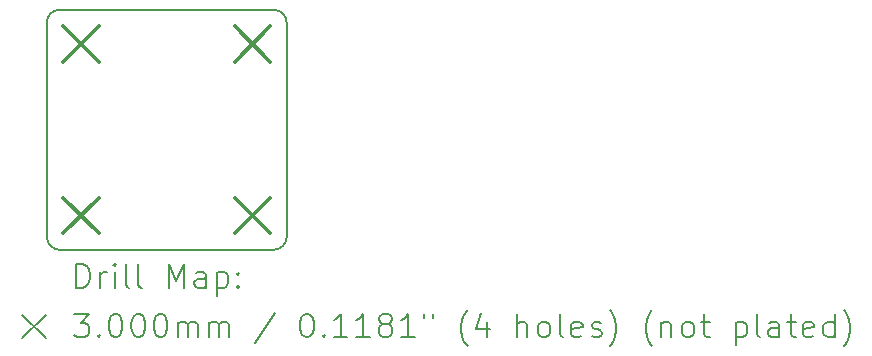
<source format=gbr>
%TF.GenerationSoftware,KiCad,Pcbnew,7.0.10*%
%TF.CreationDate,2025-02-08T17:54:20-05:00*%
%TF.ProjectId,pcb2,70636232-2e6b-4696-9361-645f70636258,rev?*%
%TF.SameCoordinates,Original*%
%TF.FileFunction,Drillmap*%
%TF.FilePolarity,Positive*%
%FSLAX45Y45*%
G04 Gerber Fmt 4.5, Leading zero omitted, Abs format (unit mm)*
G04 Created by KiCad (PCBNEW 7.0.10) date 2025-02-08 17:54:20*
%MOMM*%
%LPD*%
G01*
G04 APERTURE LIST*
%ADD10C,0.200000*%
%ADD11C,0.300000*%
G04 APERTURE END LIST*
D10*
X15070000Y-9350000D02*
G75*
G03*
X14960000Y-9460000I0J-110000D01*
G01*
X16992000Y-9460000D02*
G75*
G03*
X16882000Y-9350000I-110000J0D01*
G01*
X15070000Y-9350000D02*
X16882000Y-9350000D01*
X14960000Y-11272000D02*
G75*
G03*
X15070000Y-11382000I110000J0D01*
G01*
X14960000Y-11272000D02*
X14960000Y-9460000D01*
X16882000Y-11382000D02*
G75*
G03*
X16992000Y-11272000I0J110000D01*
G01*
X16992000Y-9460000D02*
X16992000Y-11272000D01*
X16882000Y-11382000D02*
X15070000Y-11382000D01*
D11*
X15101000Y-9491000D02*
X15401000Y-9791000D01*
X15401000Y-9491000D02*
X15101000Y-9791000D01*
X15101000Y-10941000D02*
X15401000Y-11241000D01*
X15401000Y-10941000D02*
X15101000Y-11241000D01*
X16551000Y-9491000D02*
X16851000Y-9791000D01*
X16851000Y-9491000D02*
X16551000Y-9791000D01*
X16551000Y-10941000D02*
X16851000Y-11241000D01*
X16851000Y-10941000D02*
X16551000Y-11241000D01*
D10*
X15210777Y-11703484D02*
X15210777Y-11503484D01*
X15210777Y-11503484D02*
X15258396Y-11503484D01*
X15258396Y-11503484D02*
X15286967Y-11513008D01*
X15286967Y-11513008D02*
X15306015Y-11532055D01*
X15306015Y-11532055D02*
X15315539Y-11551103D01*
X15315539Y-11551103D02*
X15325062Y-11589198D01*
X15325062Y-11589198D02*
X15325062Y-11617769D01*
X15325062Y-11617769D02*
X15315539Y-11655865D01*
X15315539Y-11655865D02*
X15306015Y-11674912D01*
X15306015Y-11674912D02*
X15286967Y-11693960D01*
X15286967Y-11693960D02*
X15258396Y-11703484D01*
X15258396Y-11703484D02*
X15210777Y-11703484D01*
X15410777Y-11703484D02*
X15410777Y-11570150D01*
X15410777Y-11608246D02*
X15420301Y-11589198D01*
X15420301Y-11589198D02*
X15429824Y-11579674D01*
X15429824Y-11579674D02*
X15448872Y-11570150D01*
X15448872Y-11570150D02*
X15467920Y-11570150D01*
X15534586Y-11703484D02*
X15534586Y-11570150D01*
X15534586Y-11503484D02*
X15525062Y-11513008D01*
X15525062Y-11513008D02*
X15534586Y-11522531D01*
X15534586Y-11522531D02*
X15544110Y-11513008D01*
X15544110Y-11513008D02*
X15534586Y-11503484D01*
X15534586Y-11503484D02*
X15534586Y-11522531D01*
X15658396Y-11703484D02*
X15639348Y-11693960D01*
X15639348Y-11693960D02*
X15629824Y-11674912D01*
X15629824Y-11674912D02*
X15629824Y-11503484D01*
X15763158Y-11703484D02*
X15744110Y-11693960D01*
X15744110Y-11693960D02*
X15734586Y-11674912D01*
X15734586Y-11674912D02*
X15734586Y-11503484D01*
X15991729Y-11703484D02*
X15991729Y-11503484D01*
X15991729Y-11503484D02*
X16058396Y-11646341D01*
X16058396Y-11646341D02*
X16125062Y-11503484D01*
X16125062Y-11503484D02*
X16125062Y-11703484D01*
X16306015Y-11703484D02*
X16306015Y-11598722D01*
X16306015Y-11598722D02*
X16296491Y-11579674D01*
X16296491Y-11579674D02*
X16277443Y-11570150D01*
X16277443Y-11570150D02*
X16239348Y-11570150D01*
X16239348Y-11570150D02*
X16220301Y-11579674D01*
X16306015Y-11693960D02*
X16286967Y-11703484D01*
X16286967Y-11703484D02*
X16239348Y-11703484D01*
X16239348Y-11703484D02*
X16220301Y-11693960D01*
X16220301Y-11693960D02*
X16210777Y-11674912D01*
X16210777Y-11674912D02*
X16210777Y-11655865D01*
X16210777Y-11655865D02*
X16220301Y-11636817D01*
X16220301Y-11636817D02*
X16239348Y-11627293D01*
X16239348Y-11627293D02*
X16286967Y-11627293D01*
X16286967Y-11627293D02*
X16306015Y-11617769D01*
X16401253Y-11570150D02*
X16401253Y-11770150D01*
X16401253Y-11579674D02*
X16420301Y-11570150D01*
X16420301Y-11570150D02*
X16458396Y-11570150D01*
X16458396Y-11570150D02*
X16477443Y-11579674D01*
X16477443Y-11579674D02*
X16486967Y-11589198D01*
X16486967Y-11589198D02*
X16496491Y-11608246D01*
X16496491Y-11608246D02*
X16496491Y-11665388D01*
X16496491Y-11665388D02*
X16486967Y-11684436D01*
X16486967Y-11684436D02*
X16477443Y-11693960D01*
X16477443Y-11693960D02*
X16458396Y-11703484D01*
X16458396Y-11703484D02*
X16420301Y-11703484D01*
X16420301Y-11703484D02*
X16401253Y-11693960D01*
X16582205Y-11684436D02*
X16591729Y-11693960D01*
X16591729Y-11693960D02*
X16582205Y-11703484D01*
X16582205Y-11703484D02*
X16572682Y-11693960D01*
X16572682Y-11693960D02*
X16582205Y-11684436D01*
X16582205Y-11684436D02*
X16582205Y-11703484D01*
X16582205Y-11579674D02*
X16591729Y-11589198D01*
X16591729Y-11589198D02*
X16582205Y-11598722D01*
X16582205Y-11598722D02*
X16572682Y-11589198D01*
X16572682Y-11589198D02*
X16582205Y-11579674D01*
X16582205Y-11579674D02*
X16582205Y-11598722D01*
X14750000Y-11932000D02*
X14950000Y-12132000D01*
X14950000Y-11932000D02*
X14750000Y-12132000D01*
X15191729Y-11923484D02*
X15315539Y-11923484D01*
X15315539Y-11923484D02*
X15248872Y-11999674D01*
X15248872Y-11999674D02*
X15277443Y-11999674D01*
X15277443Y-11999674D02*
X15296491Y-12009198D01*
X15296491Y-12009198D02*
X15306015Y-12018722D01*
X15306015Y-12018722D02*
X15315539Y-12037769D01*
X15315539Y-12037769D02*
X15315539Y-12085388D01*
X15315539Y-12085388D02*
X15306015Y-12104436D01*
X15306015Y-12104436D02*
X15296491Y-12113960D01*
X15296491Y-12113960D02*
X15277443Y-12123484D01*
X15277443Y-12123484D02*
X15220301Y-12123484D01*
X15220301Y-12123484D02*
X15201253Y-12113960D01*
X15201253Y-12113960D02*
X15191729Y-12104436D01*
X15401253Y-12104436D02*
X15410777Y-12113960D01*
X15410777Y-12113960D02*
X15401253Y-12123484D01*
X15401253Y-12123484D02*
X15391729Y-12113960D01*
X15391729Y-12113960D02*
X15401253Y-12104436D01*
X15401253Y-12104436D02*
X15401253Y-12123484D01*
X15534586Y-11923484D02*
X15553634Y-11923484D01*
X15553634Y-11923484D02*
X15572682Y-11933008D01*
X15572682Y-11933008D02*
X15582205Y-11942531D01*
X15582205Y-11942531D02*
X15591729Y-11961579D01*
X15591729Y-11961579D02*
X15601253Y-11999674D01*
X15601253Y-11999674D02*
X15601253Y-12047293D01*
X15601253Y-12047293D02*
X15591729Y-12085388D01*
X15591729Y-12085388D02*
X15582205Y-12104436D01*
X15582205Y-12104436D02*
X15572682Y-12113960D01*
X15572682Y-12113960D02*
X15553634Y-12123484D01*
X15553634Y-12123484D02*
X15534586Y-12123484D01*
X15534586Y-12123484D02*
X15515539Y-12113960D01*
X15515539Y-12113960D02*
X15506015Y-12104436D01*
X15506015Y-12104436D02*
X15496491Y-12085388D01*
X15496491Y-12085388D02*
X15486967Y-12047293D01*
X15486967Y-12047293D02*
X15486967Y-11999674D01*
X15486967Y-11999674D02*
X15496491Y-11961579D01*
X15496491Y-11961579D02*
X15506015Y-11942531D01*
X15506015Y-11942531D02*
X15515539Y-11933008D01*
X15515539Y-11933008D02*
X15534586Y-11923484D01*
X15725062Y-11923484D02*
X15744110Y-11923484D01*
X15744110Y-11923484D02*
X15763158Y-11933008D01*
X15763158Y-11933008D02*
X15772682Y-11942531D01*
X15772682Y-11942531D02*
X15782205Y-11961579D01*
X15782205Y-11961579D02*
X15791729Y-11999674D01*
X15791729Y-11999674D02*
X15791729Y-12047293D01*
X15791729Y-12047293D02*
X15782205Y-12085388D01*
X15782205Y-12085388D02*
X15772682Y-12104436D01*
X15772682Y-12104436D02*
X15763158Y-12113960D01*
X15763158Y-12113960D02*
X15744110Y-12123484D01*
X15744110Y-12123484D02*
X15725062Y-12123484D01*
X15725062Y-12123484D02*
X15706015Y-12113960D01*
X15706015Y-12113960D02*
X15696491Y-12104436D01*
X15696491Y-12104436D02*
X15686967Y-12085388D01*
X15686967Y-12085388D02*
X15677443Y-12047293D01*
X15677443Y-12047293D02*
X15677443Y-11999674D01*
X15677443Y-11999674D02*
X15686967Y-11961579D01*
X15686967Y-11961579D02*
X15696491Y-11942531D01*
X15696491Y-11942531D02*
X15706015Y-11933008D01*
X15706015Y-11933008D02*
X15725062Y-11923484D01*
X15915539Y-11923484D02*
X15934586Y-11923484D01*
X15934586Y-11923484D02*
X15953634Y-11933008D01*
X15953634Y-11933008D02*
X15963158Y-11942531D01*
X15963158Y-11942531D02*
X15972682Y-11961579D01*
X15972682Y-11961579D02*
X15982205Y-11999674D01*
X15982205Y-11999674D02*
X15982205Y-12047293D01*
X15982205Y-12047293D02*
X15972682Y-12085388D01*
X15972682Y-12085388D02*
X15963158Y-12104436D01*
X15963158Y-12104436D02*
X15953634Y-12113960D01*
X15953634Y-12113960D02*
X15934586Y-12123484D01*
X15934586Y-12123484D02*
X15915539Y-12123484D01*
X15915539Y-12123484D02*
X15896491Y-12113960D01*
X15896491Y-12113960D02*
X15886967Y-12104436D01*
X15886967Y-12104436D02*
X15877443Y-12085388D01*
X15877443Y-12085388D02*
X15867920Y-12047293D01*
X15867920Y-12047293D02*
X15867920Y-11999674D01*
X15867920Y-11999674D02*
X15877443Y-11961579D01*
X15877443Y-11961579D02*
X15886967Y-11942531D01*
X15886967Y-11942531D02*
X15896491Y-11933008D01*
X15896491Y-11933008D02*
X15915539Y-11923484D01*
X16067920Y-12123484D02*
X16067920Y-11990150D01*
X16067920Y-12009198D02*
X16077443Y-11999674D01*
X16077443Y-11999674D02*
X16096491Y-11990150D01*
X16096491Y-11990150D02*
X16125063Y-11990150D01*
X16125063Y-11990150D02*
X16144110Y-11999674D01*
X16144110Y-11999674D02*
X16153634Y-12018722D01*
X16153634Y-12018722D02*
X16153634Y-12123484D01*
X16153634Y-12018722D02*
X16163158Y-11999674D01*
X16163158Y-11999674D02*
X16182205Y-11990150D01*
X16182205Y-11990150D02*
X16210777Y-11990150D01*
X16210777Y-11990150D02*
X16229824Y-11999674D01*
X16229824Y-11999674D02*
X16239348Y-12018722D01*
X16239348Y-12018722D02*
X16239348Y-12123484D01*
X16334586Y-12123484D02*
X16334586Y-11990150D01*
X16334586Y-12009198D02*
X16344110Y-11999674D01*
X16344110Y-11999674D02*
X16363158Y-11990150D01*
X16363158Y-11990150D02*
X16391729Y-11990150D01*
X16391729Y-11990150D02*
X16410777Y-11999674D01*
X16410777Y-11999674D02*
X16420301Y-12018722D01*
X16420301Y-12018722D02*
X16420301Y-12123484D01*
X16420301Y-12018722D02*
X16429824Y-11999674D01*
X16429824Y-11999674D02*
X16448872Y-11990150D01*
X16448872Y-11990150D02*
X16477443Y-11990150D01*
X16477443Y-11990150D02*
X16496491Y-11999674D01*
X16496491Y-11999674D02*
X16506015Y-12018722D01*
X16506015Y-12018722D02*
X16506015Y-12123484D01*
X16896491Y-11913960D02*
X16725063Y-12171103D01*
X17153634Y-11923484D02*
X17172682Y-11923484D01*
X17172682Y-11923484D02*
X17191729Y-11933008D01*
X17191729Y-11933008D02*
X17201253Y-11942531D01*
X17201253Y-11942531D02*
X17210777Y-11961579D01*
X17210777Y-11961579D02*
X17220301Y-11999674D01*
X17220301Y-11999674D02*
X17220301Y-12047293D01*
X17220301Y-12047293D02*
X17210777Y-12085388D01*
X17210777Y-12085388D02*
X17201253Y-12104436D01*
X17201253Y-12104436D02*
X17191729Y-12113960D01*
X17191729Y-12113960D02*
X17172682Y-12123484D01*
X17172682Y-12123484D02*
X17153634Y-12123484D01*
X17153634Y-12123484D02*
X17134587Y-12113960D01*
X17134587Y-12113960D02*
X17125063Y-12104436D01*
X17125063Y-12104436D02*
X17115539Y-12085388D01*
X17115539Y-12085388D02*
X17106015Y-12047293D01*
X17106015Y-12047293D02*
X17106015Y-11999674D01*
X17106015Y-11999674D02*
X17115539Y-11961579D01*
X17115539Y-11961579D02*
X17125063Y-11942531D01*
X17125063Y-11942531D02*
X17134587Y-11933008D01*
X17134587Y-11933008D02*
X17153634Y-11923484D01*
X17306015Y-12104436D02*
X17315539Y-12113960D01*
X17315539Y-12113960D02*
X17306015Y-12123484D01*
X17306015Y-12123484D02*
X17296491Y-12113960D01*
X17296491Y-12113960D02*
X17306015Y-12104436D01*
X17306015Y-12104436D02*
X17306015Y-12123484D01*
X17506015Y-12123484D02*
X17391729Y-12123484D01*
X17448872Y-12123484D02*
X17448872Y-11923484D01*
X17448872Y-11923484D02*
X17429825Y-11952055D01*
X17429825Y-11952055D02*
X17410777Y-11971103D01*
X17410777Y-11971103D02*
X17391729Y-11980627D01*
X17696491Y-12123484D02*
X17582206Y-12123484D01*
X17639348Y-12123484D02*
X17639348Y-11923484D01*
X17639348Y-11923484D02*
X17620301Y-11952055D01*
X17620301Y-11952055D02*
X17601253Y-11971103D01*
X17601253Y-11971103D02*
X17582206Y-11980627D01*
X17810777Y-12009198D02*
X17791729Y-11999674D01*
X17791729Y-11999674D02*
X17782206Y-11990150D01*
X17782206Y-11990150D02*
X17772682Y-11971103D01*
X17772682Y-11971103D02*
X17772682Y-11961579D01*
X17772682Y-11961579D02*
X17782206Y-11942531D01*
X17782206Y-11942531D02*
X17791729Y-11933008D01*
X17791729Y-11933008D02*
X17810777Y-11923484D01*
X17810777Y-11923484D02*
X17848872Y-11923484D01*
X17848872Y-11923484D02*
X17867920Y-11933008D01*
X17867920Y-11933008D02*
X17877444Y-11942531D01*
X17877444Y-11942531D02*
X17886968Y-11961579D01*
X17886968Y-11961579D02*
X17886968Y-11971103D01*
X17886968Y-11971103D02*
X17877444Y-11990150D01*
X17877444Y-11990150D02*
X17867920Y-11999674D01*
X17867920Y-11999674D02*
X17848872Y-12009198D01*
X17848872Y-12009198D02*
X17810777Y-12009198D01*
X17810777Y-12009198D02*
X17791729Y-12018722D01*
X17791729Y-12018722D02*
X17782206Y-12028246D01*
X17782206Y-12028246D02*
X17772682Y-12047293D01*
X17772682Y-12047293D02*
X17772682Y-12085388D01*
X17772682Y-12085388D02*
X17782206Y-12104436D01*
X17782206Y-12104436D02*
X17791729Y-12113960D01*
X17791729Y-12113960D02*
X17810777Y-12123484D01*
X17810777Y-12123484D02*
X17848872Y-12123484D01*
X17848872Y-12123484D02*
X17867920Y-12113960D01*
X17867920Y-12113960D02*
X17877444Y-12104436D01*
X17877444Y-12104436D02*
X17886968Y-12085388D01*
X17886968Y-12085388D02*
X17886968Y-12047293D01*
X17886968Y-12047293D02*
X17877444Y-12028246D01*
X17877444Y-12028246D02*
X17867920Y-12018722D01*
X17867920Y-12018722D02*
X17848872Y-12009198D01*
X18077444Y-12123484D02*
X17963158Y-12123484D01*
X18020301Y-12123484D02*
X18020301Y-11923484D01*
X18020301Y-11923484D02*
X18001253Y-11952055D01*
X18001253Y-11952055D02*
X17982206Y-11971103D01*
X17982206Y-11971103D02*
X17963158Y-11980627D01*
X18153634Y-11923484D02*
X18153634Y-11961579D01*
X18229825Y-11923484D02*
X18229825Y-11961579D01*
X18525063Y-12199674D02*
X18515539Y-12190150D01*
X18515539Y-12190150D02*
X18496491Y-12161579D01*
X18496491Y-12161579D02*
X18486968Y-12142531D01*
X18486968Y-12142531D02*
X18477444Y-12113960D01*
X18477444Y-12113960D02*
X18467920Y-12066341D01*
X18467920Y-12066341D02*
X18467920Y-12028246D01*
X18467920Y-12028246D02*
X18477444Y-11980627D01*
X18477444Y-11980627D02*
X18486968Y-11952055D01*
X18486968Y-11952055D02*
X18496491Y-11933008D01*
X18496491Y-11933008D02*
X18515539Y-11904436D01*
X18515539Y-11904436D02*
X18525063Y-11894912D01*
X18686968Y-11990150D02*
X18686968Y-12123484D01*
X18639349Y-11913960D02*
X18591730Y-12056817D01*
X18591730Y-12056817D02*
X18715539Y-12056817D01*
X18944111Y-12123484D02*
X18944111Y-11923484D01*
X19029825Y-12123484D02*
X19029825Y-12018722D01*
X19029825Y-12018722D02*
X19020301Y-11999674D01*
X19020301Y-11999674D02*
X19001253Y-11990150D01*
X19001253Y-11990150D02*
X18972682Y-11990150D01*
X18972682Y-11990150D02*
X18953634Y-11999674D01*
X18953634Y-11999674D02*
X18944111Y-12009198D01*
X19153634Y-12123484D02*
X19134587Y-12113960D01*
X19134587Y-12113960D02*
X19125063Y-12104436D01*
X19125063Y-12104436D02*
X19115539Y-12085388D01*
X19115539Y-12085388D02*
X19115539Y-12028246D01*
X19115539Y-12028246D02*
X19125063Y-12009198D01*
X19125063Y-12009198D02*
X19134587Y-11999674D01*
X19134587Y-11999674D02*
X19153634Y-11990150D01*
X19153634Y-11990150D02*
X19182206Y-11990150D01*
X19182206Y-11990150D02*
X19201253Y-11999674D01*
X19201253Y-11999674D02*
X19210777Y-12009198D01*
X19210777Y-12009198D02*
X19220301Y-12028246D01*
X19220301Y-12028246D02*
X19220301Y-12085388D01*
X19220301Y-12085388D02*
X19210777Y-12104436D01*
X19210777Y-12104436D02*
X19201253Y-12113960D01*
X19201253Y-12113960D02*
X19182206Y-12123484D01*
X19182206Y-12123484D02*
X19153634Y-12123484D01*
X19334587Y-12123484D02*
X19315539Y-12113960D01*
X19315539Y-12113960D02*
X19306015Y-12094912D01*
X19306015Y-12094912D02*
X19306015Y-11923484D01*
X19486968Y-12113960D02*
X19467920Y-12123484D01*
X19467920Y-12123484D02*
X19429825Y-12123484D01*
X19429825Y-12123484D02*
X19410777Y-12113960D01*
X19410777Y-12113960D02*
X19401253Y-12094912D01*
X19401253Y-12094912D02*
X19401253Y-12018722D01*
X19401253Y-12018722D02*
X19410777Y-11999674D01*
X19410777Y-11999674D02*
X19429825Y-11990150D01*
X19429825Y-11990150D02*
X19467920Y-11990150D01*
X19467920Y-11990150D02*
X19486968Y-11999674D01*
X19486968Y-11999674D02*
X19496492Y-12018722D01*
X19496492Y-12018722D02*
X19496492Y-12037769D01*
X19496492Y-12037769D02*
X19401253Y-12056817D01*
X19572682Y-12113960D02*
X19591730Y-12123484D01*
X19591730Y-12123484D02*
X19629825Y-12123484D01*
X19629825Y-12123484D02*
X19648873Y-12113960D01*
X19648873Y-12113960D02*
X19658396Y-12094912D01*
X19658396Y-12094912D02*
X19658396Y-12085388D01*
X19658396Y-12085388D02*
X19648873Y-12066341D01*
X19648873Y-12066341D02*
X19629825Y-12056817D01*
X19629825Y-12056817D02*
X19601253Y-12056817D01*
X19601253Y-12056817D02*
X19582206Y-12047293D01*
X19582206Y-12047293D02*
X19572682Y-12028246D01*
X19572682Y-12028246D02*
X19572682Y-12018722D01*
X19572682Y-12018722D02*
X19582206Y-11999674D01*
X19582206Y-11999674D02*
X19601253Y-11990150D01*
X19601253Y-11990150D02*
X19629825Y-11990150D01*
X19629825Y-11990150D02*
X19648873Y-11999674D01*
X19725063Y-12199674D02*
X19734587Y-12190150D01*
X19734587Y-12190150D02*
X19753634Y-12161579D01*
X19753634Y-12161579D02*
X19763158Y-12142531D01*
X19763158Y-12142531D02*
X19772682Y-12113960D01*
X19772682Y-12113960D02*
X19782206Y-12066341D01*
X19782206Y-12066341D02*
X19782206Y-12028246D01*
X19782206Y-12028246D02*
X19772682Y-11980627D01*
X19772682Y-11980627D02*
X19763158Y-11952055D01*
X19763158Y-11952055D02*
X19753634Y-11933008D01*
X19753634Y-11933008D02*
X19734587Y-11904436D01*
X19734587Y-11904436D02*
X19725063Y-11894912D01*
X20086968Y-12199674D02*
X20077444Y-12190150D01*
X20077444Y-12190150D02*
X20058396Y-12161579D01*
X20058396Y-12161579D02*
X20048873Y-12142531D01*
X20048873Y-12142531D02*
X20039349Y-12113960D01*
X20039349Y-12113960D02*
X20029825Y-12066341D01*
X20029825Y-12066341D02*
X20029825Y-12028246D01*
X20029825Y-12028246D02*
X20039349Y-11980627D01*
X20039349Y-11980627D02*
X20048873Y-11952055D01*
X20048873Y-11952055D02*
X20058396Y-11933008D01*
X20058396Y-11933008D02*
X20077444Y-11904436D01*
X20077444Y-11904436D02*
X20086968Y-11894912D01*
X20163158Y-11990150D02*
X20163158Y-12123484D01*
X20163158Y-12009198D02*
X20172682Y-11999674D01*
X20172682Y-11999674D02*
X20191730Y-11990150D01*
X20191730Y-11990150D02*
X20220301Y-11990150D01*
X20220301Y-11990150D02*
X20239349Y-11999674D01*
X20239349Y-11999674D02*
X20248873Y-12018722D01*
X20248873Y-12018722D02*
X20248873Y-12123484D01*
X20372682Y-12123484D02*
X20353634Y-12113960D01*
X20353634Y-12113960D02*
X20344111Y-12104436D01*
X20344111Y-12104436D02*
X20334587Y-12085388D01*
X20334587Y-12085388D02*
X20334587Y-12028246D01*
X20334587Y-12028246D02*
X20344111Y-12009198D01*
X20344111Y-12009198D02*
X20353634Y-11999674D01*
X20353634Y-11999674D02*
X20372682Y-11990150D01*
X20372682Y-11990150D02*
X20401254Y-11990150D01*
X20401254Y-11990150D02*
X20420301Y-11999674D01*
X20420301Y-11999674D02*
X20429825Y-12009198D01*
X20429825Y-12009198D02*
X20439349Y-12028246D01*
X20439349Y-12028246D02*
X20439349Y-12085388D01*
X20439349Y-12085388D02*
X20429825Y-12104436D01*
X20429825Y-12104436D02*
X20420301Y-12113960D01*
X20420301Y-12113960D02*
X20401254Y-12123484D01*
X20401254Y-12123484D02*
X20372682Y-12123484D01*
X20496492Y-11990150D02*
X20572682Y-11990150D01*
X20525063Y-11923484D02*
X20525063Y-12094912D01*
X20525063Y-12094912D02*
X20534587Y-12113960D01*
X20534587Y-12113960D02*
X20553634Y-12123484D01*
X20553634Y-12123484D02*
X20572682Y-12123484D01*
X20791730Y-11990150D02*
X20791730Y-12190150D01*
X20791730Y-11999674D02*
X20810777Y-11990150D01*
X20810777Y-11990150D02*
X20848873Y-11990150D01*
X20848873Y-11990150D02*
X20867920Y-11999674D01*
X20867920Y-11999674D02*
X20877444Y-12009198D01*
X20877444Y-12009198D02*
X20886968Y-12028246D01*
X20886968Y-12028246D02*
X20886968Y-12085388D01*
X20886968Y-12085388D02*
X20877444Y-12104436D01*
X20877444Y-12104436D02*
X20867920Y-12113960D01*
X20867920Y-12113960D02*
X20848873Y-12123484D01*
X20848873Y-12123484D02*
X20810777Y-12123484D01*
X20810777Y-12123484D02*
X20791730Y-12113960D01*
X21001254Y-12123484D02*
X20982206Y-12113960D01*
X20982206Y-12113960D02*
X20972682Y-12094912D01*
X20972682Y-12094912D02*
X20972682Y-11923484D01*
X21163158Y-12123484D02*
X21163158Y-12018722D01*
X21163158Y-12018722D02*
X21153635Y-11999674D01*
X21153635Y-11999674D02*
X21134587Y-11990150D01*
X21134587Y-11990150D02*
X21096492Y-11990150D01*
X21096492Y-11990150D02*
X21077444Y-11999674D01*
X21163158Y-12113960D02*
X21144111Y-12123484D01*
X21144111Y-12123484D02*
X21096492Y-12123484D01*
X21096492Y-12123484D02*
X21077444Y-12113960D01*
X21077444Y-12113960D02*
X21067920Y-12094912D01*
X21067920Y-12094912D02*
X21067920Y-12075865D01*
X21067920Y-12075865D02*
X21077444Y-12056817D01*
X21077444Y-12056817D02*
X21096492Y-12047293D01*
X21096492Y-12047293D02*
X21144111Y-12047293D01*
X21144111Y-12047293D02*
X21163158Y-12037769D01*
X21229825Y-11990150D02*
X21306015Y-11990150D01*
X21258396Y-11923484D02*
X21258396Y-12094912D01*
X21258396Y-12094912D02*
X21267920Y-12113960D01*
X21267920Y-12113960D02*
X21286968Y-12123484D01*
X21286968Y-12123484D02*
X21306015Y-12123484D01*
X21448873Y-12113960D02*
X21429825Y-12123484D01*
X21429825Y-12123484D02*
X21391730Y-12123484D01*
X21391730Y-12123484D02*
X21372682Y-12113960D01*
X21372682Y-12113960D02*
X21363158Y-12094912D01*
X21363158Y-12094912D02*
X21363158Y-12018722D01*
X21363158Y-12018722D02*
X21372682Y-11999674D01*
X21372682Y-11999674D02*
X21391730Y-11990150D01*
X21391730Y-11990150D02*
X21429825Y-11990150D01*
X21429825Y-11990150D02*
X21448873Y-11999674D01*
X21448873Y-11999674D02*
X21458396Y-12018722D01*
X21458396Y-12018722D02*
X21458396Y-12037769D01*
X21458396Y-12037769D02*
X21363158Y-12056817D01*
X21629825Y-12123484D02*
X21629825Y-11923484D01*
X21629825Y-12113960D02*
X21610777Y-12123484D01*
X21610777Y-12123484D02*
X21572682Y-12123484D01*
X21572682Y-12123484D02*
X21553635Y-12113960D01*
X21553635Y-12113960D02*
X21544111Y-12104436D01*
X21544111Y-12104436D02*
X21534587Y-12085388D01*
X21534587Y-12085388D02*
X21534587Y-12028246D01*
X21534587Y-12028246D02*
X21544111Y-12009198D01*
X21544111Y-12009198D02*
X21553635Y-11999674D01*
X21553635Y-11999674D02*
X21572682Y-11990150D01*
X21572682Y-11990150D02*
X21610777Y-11990150D01*
X21610777Y-11990150D02*
X21629825Y-11999674D01*
X21706016Y-12199674D02*
X21715539Y-12190150D01*
X21715539Y-12190150D02*
X21734587Y-12161579D01*
X21734587Y-12161579D02*
X21744111Y-12142531D01*
X21744111Y-12142531D02*
X21753635Y-12113960D01*
X21753635Y-12113960D02*
X21763158Y-12066341D01*
X21763158Y-12066341D02*
X21763158Y-12028246D01*
X21763158Y-12028246D02*
X21753635Y-11980627D01*
X21753635Y-11980627D02*
X21744111Y-11952055D01*
X21744111Y-11952055D02*
X21734587Y-11933008D01*
X21734587Y-11933008D02*
X21715539Y-11904436D01*
X21715539Y-11904436D02*
X21706016Y-11894912D01*
M02*

</source>
